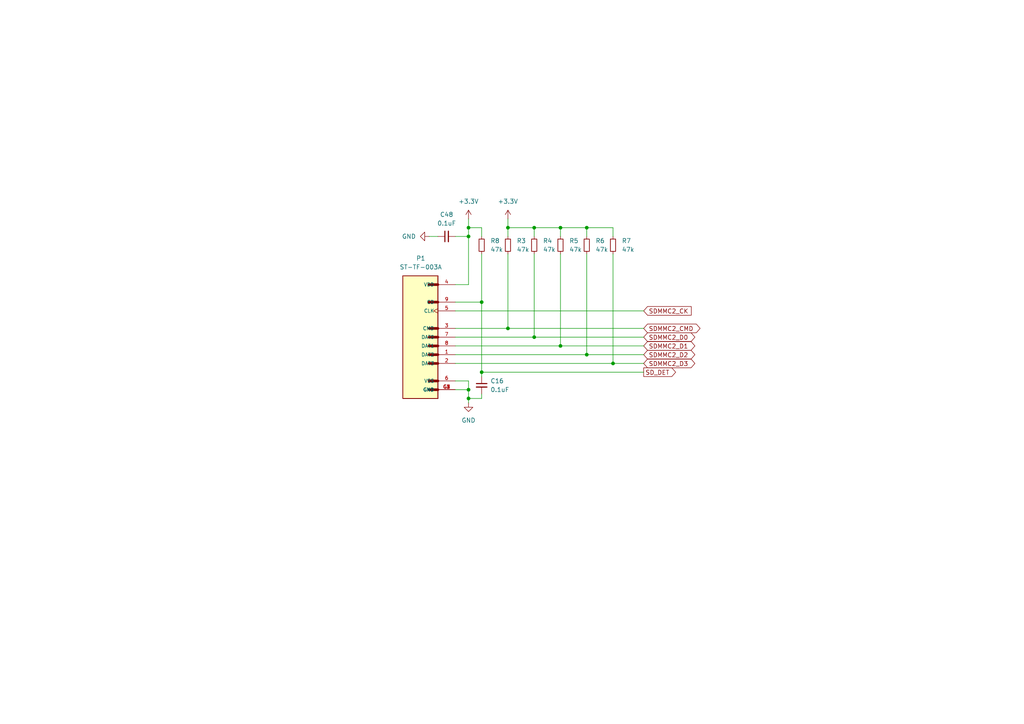
<source format=kicad_sch>
(kicad_sch (version 20250114) (generator "eeschema") (generator_version "9.0")
  (paper "A4")
  (lib_symbols
    (symbol "Device:C_Small" (pin_numbers (hide yes)) (pin_names (offset 0.254) (hide yes))
      (property "Reference" "C" (at 0.254 1.778 0))
      (property "Value" "C_Small" (at 0.254 -2.032 0))
      (symbol "C_Small_0_1"
        (polyline (pts (xy -1.524 0.508) (xy 1.524 0.508)) (stroke (width 0.3048)))
        (polyline (pts (xy -1.524 -0.508) (xy 1.524 -0.508)) (stroke (width 0.3302)))
      )
      (symbol "C_Small_1_1"
        (pin passive line (at 0 2.54 270) (length 2.032) (name "~") (number "1"))
        (pin passive line (at 0 -2.54 90) (length 2.032) (name "~") (number "2"))
      )
    )
    (symbol "Device:R_Small" (pin_numbers (hide yes)) (pin_names (offset 0.254) (hide yes))
      (property "Reference" "R" (at 0.762 0.508 0))
      (property "Value" "R_Small" (at 0.762 -1.016 0))
      (symbol "R_Small_0_1"
        (rectangle (start -0.762 1.778) (end 0.762 -1.778) (stroke (width 0.2032)))
      )
      (symbol "R_Small_1_1"
        (pin passive line (at 0 2.54 270) (length 0.762) (name "~") (number "1"))
        (pin passive line (at 0 -2.54 90) (length 0.762) (name "~") (number "2"))
      )
    )
    (symbol "SD:ST-TF-003A" (pin_names (offset 1.016))
      (property "Reference" "P" (at 0 17.8054 0))
      (property "Value" "ST-TF-003A" (at 0 -20.3454 0))
      (symbol "ST-TF-003A_0_0"
        (polyline (pts (xy 0 15.24) (xy 2.54 15.24)) (stroke (width 0.762)))
        (polyline (pts (xy 0 10.16) (xy 2.54 10.16)) (stroke (width 0.762)))
        (polyline (pts (xy 0 2.54) (xy 2.54 2.54)) (stroke (width 0.762)))
        (polyline (pts (xy 0 0) (xy 2.54 0)) (stroke (width 0.762)))
        (polyline (pts (xy 0 -2.54) (xy 2.54 -2.54)) (stroke (width 0.762)))
        (polyline (pts (xy 0 -5.08) (xy 2.54 -5.08)) (stroke (width 0.762)))
        (polyline (pts (xy 0 -7.62) (xy 2.54 -7.62)) (stroke (width 0.762)))
        (polyline (pts (xy 0 -12.7) (xy 2.54 -12.7)) (stroke (width 0.762)))
        (polyline (pts (xy 0 -15.24) (xy 2.54 -15.24)) (stroke (width 0.762)))
        (polyline (pts (xy 0 -17.78) (xy 0 17.78)) (stroke (width 0.254)))
        (rectangle (start 0 -17.78) (end 10.16 17.78) (stroke (width 0.254)) (fill (type background)))
        (pin power_in line (at -5.08 15.24 0) (length 5.08) (name "VDD") (number "4"))
        (pin input line (at -5.08 10.16 0) (length 5.08) (name "CD") (number "9"))
        (pin input clock (at -5.08 7.62 0) (length 5.08) (name "CLK") (number "5"))
        (pin bidirectional line (at -5.08 2.54 0) (length 5.08) (name "CMD") (number "3"))
        (pin bidirectional line (at -5.08 0 0) (length 5.08) (name "DAT0") (number "7"))
        (pin bidirectional line (at -5.08 -2.54 0) (length 5.08) (name "DAT1") (number "8"))
        (pin bidirectional line (at -5.08 -5.08 0) (length 5.08) (name "DAT2") (number "1"))
        (pin bidirectional line (at -5.08 -7.62 0) (length 5.08) (name "DAT3") (number "2"))
        (pin passive line (at -5.08 -12.7 0) (length 5.08) (name "VSS") (number "6"))
        (pin passive line (at -5.08 -15.24 0) (length 5.08) (name "GND") (number "G1"))
        (pin passive line (at -5.08 -15.24 0) (length 5.08) (name "GND") (number "G2"))
        (pin passive line (at -5.08 -15.24 0) (length 5.08) (name "GND") (number "G3"))
        (pin passive line (at -5.08 -15.24 0) (length 5.08) (name "GND") (number "G4"))
      )
    )
    (symbol "power:+3.3V" (power) (pin_names (offset 0))
      (property "Value" "+3.3V" (at 0 3.556 0))
      (symbol "+3.3V_0_1"
        (polyline (pts (xy -0.762 1.27) (xy 0 2.54)))
        (polyline (pts (xy 0 2.54) (xy 0.762 1.27)))
        (polyline (pts (xy 0 0) (xy 0 2.54)))
      )
      (symbol "+3.3V_1_1"
        (pin power_in line (at 0 0 90) (length 0) (hide yes) (name "+3.3V") (number "1"))
      )
    )
    (symbol "power:GND" (power) (pin_names (offset 0))
      (property "Value" "GND" (at 0 -3.81 0))
      (symbol "GND_0_1"
        (polyline (pts (xy 0 0) (xy 0 -1.27) (xy 1.27 -1.27) (xy 0 -2.54) (xy -1.27 -1.27) (xy 0 -1.27)))
      )
      (symbol "GND_1_1"
        (pin power_in line (at 0 0 270) (length 0) (hide yes) (name "GND") (number "1"))
      )
    )
  )
  (junction (at 139.7 87.63))
  (junction (at 170.18 102.87))
  (junction (at 135.89 68.58))
  (junction (at 135.89 115.57))
  (junction (at 162.56 100.33))
  (junction (at 135.89 113.03))
  (junction (at 162.56 66.04))
  (junction (at 177.8 105.41))
  (junction (at 170.18 66.04))
  (junction (at 135.89 66.04))
  (junction (at 147.32 95.25))
  (junction (at 147.32 66.04))
  (junction (at 154.94 66.04))
  (junction (at 139.7 107.95))
  (junction (at 154.94 97.79))
  (wire (pts (xy 177.8 73.66) (xy 177.8 105.41)))
  (wire (pts (xy 135.89 82.55) (xy 132.08 82.55)))
  (wire (pts (xy 162.56 100.33) (xy 132.08 100.33)))
  (wire (pts (xy 135.89 115.57) (xy 135.89 113.03)))
  (wire (pts (xy 170.18 66.04) (xy 170.18 68.58)))
  (wire (pts (xy 132.08 113.03) (xy 135.89 113.03)))
  (wire (pts (xy 147.32 95.25) (xy 186.69 95.25)))
  (wire (pts (xy 186.69 90.17) (xy 132.08 90.17)))
  (wire (pts (xy 132.08 97.79) (xy 154.94 97.79)))
  (wire (pts (xy 135.89 113.03) (xy 135.89 110.49)))
  (wire (pts (xy 132.08 102.87) (xy 170.18 102.87)))
  (wire (pts (xy 135.89 68.58) (xy 135.89 82.55)))
  (wire (pts (xy 139.7 115.57) (xy 135.89 115.57)))
  (wire (pts (xy 139.7 66.04) (xy 135.89 66.04)))
  (wire (pts (xy 154.94 66.04) (xy 154.94 68.58)))
  (wire (pts (xy 154.94 97.79) (xy 154.94 73.66)))
  (wire (pts (xy 177.8 105.41) (xy 132.08 105.41)))
  (wire (pts (xy 139.7 107.95) (xy 186.69 107.95)))
  (wire (pts (xy 135.89 116.84) (xy 135.89 115.57)))
  (wire (pts (xy 170.18 102.87) (xy 186.69 102.87)))
  (wire (pts (xy 135.89 66.04) (xy 135.89 68.58)))
  (wire (pts (xy 139.7 68.58) (xy 139.7 66.04)))
  (wire (pts (xy 162.56 100.33) (xy 186.69 100.33)))
  (wire (pts (xy 147.32 68.58) (xy 147.32 66.04)))
  (wire (pts (xy 139.7 107.95) (xy 139.7 109.22)))
  (wire (pts (xy 147.32 66.04) (xy 154.94 66.04)))
  (wire (pts (xy 139.7 87.63) (xy 132.08 87.63)))
  (wire (pts (xy 162.56 66.04) (xy 170.18 66.04)))
  (wire (pts (xy 124.46 68.58) (xy 127 68.58)))
  (wire (pts (xy 139.7 114.3) (xy 139.7 115.57)))
  (wire (pts (xy 170.18 66.04) (xy 177.8 66.04)))
  (wire (pts (xy 147.32 73.66) (xy 147.32 95.25)))
  (wire (pts (xy 154.94 66.04) (xy 162.56 66.04)))
  (wire (pts (xy 132.08 68.58) (xy 135.89 68.58)))
  (wire (pts (xy 177.8 66.04) (xy 177.8 68.58)))
  (wire (pts (xy 162.56 73.66) (xy 162.56 100.33)))
  (wire (pts (xy 154.94 97.79) (xy 186.69 97.79)))
  (wire (pts (xy 147.32 95.25) (xy 132.08 95.25)))
  (wire (pts (xy 177.8 105.41) (xy 186.69 105.41)))
  (wire (pts (xy 147.32 63.5) (xy 147.32 66.04)))
  (wire (pts (xy 139.7 73.66) (xy 139.7 87.63)))
  (wire (pts (xy 135.89 63.5) (xy 135.89 66.04)))
  (wire (pts (xy 135.89 110.49) (xy 132.08 110.49)))
  (wire (pts (xy 170.18 102.87) (xy 170.18 73.66)))
  (wire (pts (xy 139.7 87.63) (xy 139.7 107.95)))
  (wire (pts (xy 162.56 66.04) (xy 162.56 68.58)))
  (global_label "SDMMC2_D0" (shape bidirectional) (at 186.69 97.79 0) (property "Intersheetrefs" "${INTERSHEET_REFS}" (effects (hide yes))))
  (global_label "SDMMC2_D3" (shape bidirectional) (at 186.69 105.41 0) (property "Intersheetrefs" "${INTERSHEET_REFS}" (effects (hide yes))))
  (global_label "SDMMC2_CMD" (shape bidirectional) (at 186.69 95.25 0) (property "Intersheetrefs" "${INTERSHEET_REFS}" (effects (hide yes))))
  (global_label "SDMMC2_CK" (shape input) (at 186.69 90.17 0) (property "Intersheetrefs" "${INTERSHEET_REFS}" (effects (hide yes))))
  (global_label "SDMMC2_D1" (shape bidirectional) (at 186.69 100.33 0) (property "Intersheetrefs" "${INTERSHEET_REFS}" (effects (hide yes))))
  (global_label "SD_DET" (shape output) (at 186.69 107.95 0) (property "Intersheetrefs" "${INTERSHEET_REFS}" (effects (hide yes))))
  (global_label "SDMMC2_D2" (shape bidirectional) (at 186.69 102.87 0) (property "Intersheetrefs" "${INTERSHEET_REFS}" (effects (hide yes))))
  (symbol (lib_id "Device:R_Small") (at 177.8 71.12 0) (unit 1)
    (property "Reference" "R7" (at 180.34 69.85 0) (effects (justify left)))
    (property "Value" "47k" (at 180.34 72.39 0) (effects (justify left)))
    (property "Footprint" "Resistor_SMD:R_0603_1608Metric" (effects (hide yes)))
  )
  (symbol (lib_id "Device:R_Small") (at 162.56 71.12 0) (unit 1)
    (property "Reference" "R5" (at 165.1 69.85 0) (effects (justify left)))
    (property "Value" "47k" (at 165.1 72.39 0) (effects (justify left)))
    (property "Footprint" "Resistor_SMD:R_0603_1608Metric" (effects (hide yes)))
  )
  (symbol (lib_id "power:+3.3V") (at 147.32 63.5 0) (unit 1)
    (property "Reference" "#PWR09" (effects (hide yes)))
    (property "Value" "+3.3V" (at 147.32 58.42 0))
  )
  (symbol (lib_id "power:+3.3V") (at 135.89 63.5 0) (unit 1)
    (property "Reference" "#PWR011" (effects (hide yes)))
    (property "Value" "+3.3V" (at 135.89 58.42 0))
  )
  (symbol (lib_id "power:GND") (at 135.89 116.84 0) (unit 1)
    (property "Reference" "#PWR012" (effects (hide yes)))
    (property "Value" "GND" (at 135.89 121.92 0))
  )
  (symbol (lib_id "Device:R_Small") (at 147.32 71.12 0) (unit 1)
    (property "Reference" "R3" (at 149.86 69.85 0) (effects (justify left)))
    (property "Value" "47k" (at 149.86 72.39 0) (effects (justify left)))
    (property "Footprint" "Resistor_SMD:R_0603_1608Metric" (effects (hide yes)))
  )
  (symbol (lib_id "Device:R_Small") (at 139.7 71.12 0) (unit 1)
    (property "Reference" "R8" (at 142.24 69.85 0) (effects (justify left)))
    (property "Value" "47k" (at 142.24 72.39 0) (effects (justify left)))
    (property "Footprint" "Resistor_SMD:R_0603_1608Metric" (effects (hide yes)))
  )
  (symbol (lib_id "Device:R_Small") (at 154.94 71.12 0) (unit 1)
    (property "Reference" "R4" (at 157.48 69.85 0) (effects (justify left)))
    (property "Value" "47k" (at 157.48 72.39 0) (effects (justify left)))
    (property "Footprint" "Resistor_SMD:R_0603_1608Metric" (effects (hide yes)))
  )
  (symbol (lib_id "Device:R_Small") (at 170.18 71.12 0) (unit 1)
    (property "Reference" "R6" (at 172.72 69.85 0) (effects (justify left)))
    (property "Value" "47k" (at 172.72 72.39 0) (effects (justify left)))
    (property "Footprint" "Resistor_SMD:R_0603_1608Metric" (effects (hide yes)))
  )
  (symbol (lib_id "Device:C_Small") (at 129.54 68.58 90) (unit 1)
    (property "Reference" "C48" (at 129.5463 62.23 90))
    (property "Value" "0.1uF" (at 129.5463 64.77 90))
    (property "Footprint" "Capacitor_SMD:C_0603_1608Metric" (effects (hide yes)))
  )
  (symbol (lib_id "power:GND") (at 124.46 68.58 270) (unit 1)
    (property "Reference" "#PWR057" (effects (hide yes)))
    (property "Value" "GND" (at 120.65 68.58 90) (effects (justify right)))
  )
  (symbol (lib_id "SD:ST-TF-003A") (at 127 97.79 0) (mirror y) (unit 1)
    (property "Reference" "P1" (at 122.047 74.93 0))
    (property "Value" "ST-TF-003A" (at 122.047 77.47 0))
    (property "Footprint" "ST-TF-003A:SUNTECH_ST-TF-003A" (effects (hide yes)))
    (property "MANUFACTURER" "Suntech" (effects (hide yes)))
  )
  (symbol (lib_id "Device:C_Small") (at 139.7 111.76 0) (unit 1)
    (property "Reference" "C16" (at 142.24 110.4963 0) (effects (justify left)))
    (property "Value" "0.1uF" (at 142.24 113.0363 0) (effects (justify left)))
    (property "Footprint" "Capacitor_SMD:C_0603_1608Metric" (effects (hide yes)))
  )
)
</source>
